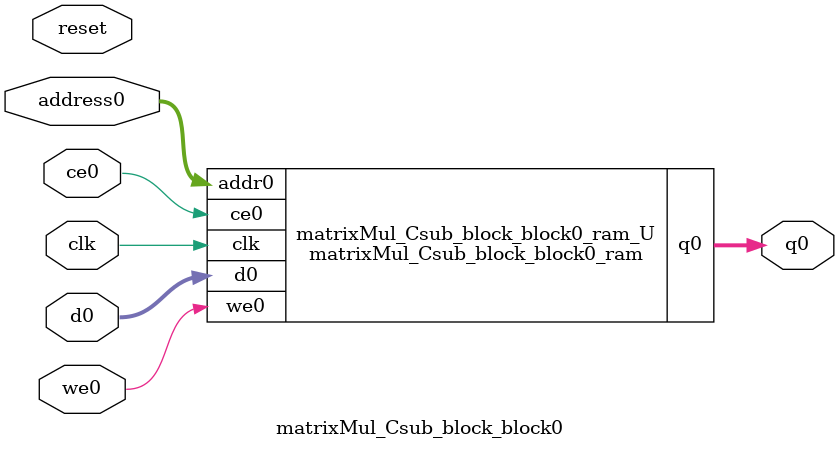
<source format=v>

`timescale 1 ns / 1 ps
module matrixMul_Csub_block_block0_ram (addr0, ce0, d0, we0, q0,  clk);

parameter DWIDTH = 32;
parameter AWIDTH = 8;
parameter MEM_SIZE = 256;

input[AWIDTH-1:0] addr0;
input ce0;
input[DWIDTH-1:0] d0;
input we0;
output reg[DWIDTH-1:0] q0;
input clk;

(* ram_style = "block" *)reg [DWIDTH-1:0] ram[MEM_SIZE-1:0];




always @(posedge clk)  
begin 
    if (ce0) 
    begin
        if (we0) 
        begin 
            ram[addr0] <= d0; 
            q0 <= d0;
        end 
        else 
            q0 <= ram[addr0];
    end
end


endmodule


`timescale 1 ns / 1 ps
module matrixMul_Csub_block_block0(
    reset,
    clk,
    address0,
    ce0,
    we0,
    d0,
    q0);

parameter DataWidth = 32'd32;
parameter AddressRange = 32'd256;
parameter AddressWidth = 32'd8;
input reset;
input clk;
input[AddressWidth - 1:0] address0;
input ce0;
input we0;
input[DataWidth - 1:0] d0;
output[DataWidth - 1:0] q0;



matrixMul_Csub_block_block0_ram matrixMul_Csub_block_block0_ram_U(
    .clk( clk ),
    .addr0( address0 ),
    .ce0( ce0 ),
    .d0( d0 ),
    .we0( we0 ),
    .q0( q0 ));

endmodule


</source>
